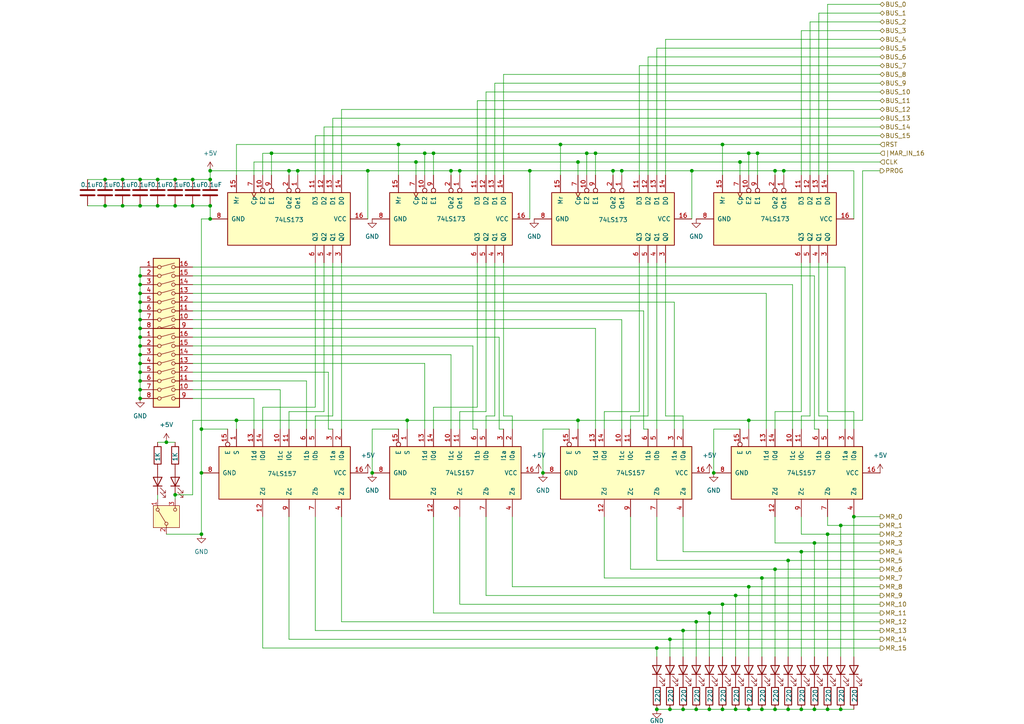
<source format=kicad_sch>
(kicad_sch (version 20231120) (generator "eeschema") (generator_version "8.0")
  (paper "A4")
  (lib_symbols
    (symbol "74xx:74LS157" (pin_names (offset 1.016))
      (property "Reference" "U" (at -7.62 19.05 0))
      (property "Value" "74LS157" (at -7.62 -21.59 0))
      (symbol "74LS157_1_0"
        (pin input line (at -12.7 -15.24 0) (length 5.08) (name "S") (number "1"))
        (pin input line (at -12.7 -2.54 0) (length 5.08) (name "I1c") (number "10"))
        (pin input line (at -12.7 0 0) (length 5.08) (name "I0c") (number "11"))
        (pin output line (at 12.7 -7.62 180) (length 5.08) (name "Zd") (number "12"))
        (pin input line (at -12.7 -10.16 0) (length 5.08) (name "I1d") (number "13"))
        (pin input line (at -12.7 -7.62 0) (length 5.08) (name "I0d") (number "14"))
        (pin input inverted (at -12.7 -17.78 0) (length 5.08) (name "E") (number "15"))
        (pin power_in line (at 0 22.86 270) (length 5.08) (name "VCC") (number "16"))
        (pin input line (at -12.7 15.24 0) (length 5.08) (name "I0a") (number "2"))
        (pin input line (at -12.7 12.7 0) (length 5.08) (name "I1a") (number "3"))
        (pin output line (at 12.7 15.24 180) (length 5.08) (name "Za") (number "4"))
        (pin input line (at -12.7 7.62 0) (length 5.08) (name "I0b") (number "5"))
        (pin input line (at -12.7 5.08 0) (length 5.08) (name "I1b") (number "6"))
        (pin output line (at 12.7 7.62 180) (length 5.08) (name "Zb") (number "7"))
        (pin power_in line (at 0 -25.4 90) (length 5.08) (name "GND") (number "8"))
        (pin output line (at 12.7 0 180) (length 5.08) (name "Zc") (number "9"))
      )
      (symbol "74LS157_1_1"
        (rectangle (start -7.62 17.78) (end 7.62 -20.32) (stroke (width 0.254)) (fill (type background)))
      )
    )
    (symbol "74xx:74LS173" (pin_names (offset 1.016))
      (property "Reference" "U" (at -7.62 19.05 0))
      (property "Value" "74LS173" (at -7.62 -19.05 0))
      (symbol "74LS173_1_0"
        (pin input inverted (at -12.7 2.54 0) (length 5.08) (name "Oe1") (number "1"))
        (pin input inverted (at -12.7 -7.62 0) (length 5.08) (name "E2") (number "10"))
        (pin input line (at -12.7 7.62 0) (length 5.08) (name "D3") (number "11"))
        (pin input line (at -12.7 10.16 0) (length 5.08) (name "D2") (number "12"))
        (pin input line (at -12.7 12.7 0) (length 5.08) (name "D1") (number "13"))
        (pin input line (at -12.7 15.24 0) (length 5.08) (name "D0") (number "14"))
        (pin input line (at -12.7 -15.24 0) (length 5.08) (name "Mr") (number "15"))
        (pin power_in line (at 0 22.86 270) (length 5.08) (name "VCC") (number "16"))
        (pin input inverted (at -12.7 0 0) (length 5.08) (name "Oe2") (number "2"))
        (pin tri_state line (at 12.7 15.24 180) (length 5.08) (name "Q0") (number "3"))
        (pin tri_state line (at 12.7 12.7 180) (length 5.08) (name "Q1") (number "4"))
        (pin tri_state line (at 12.7 10.16 180) (length 5.08) (name "Q2") (number "5"))
        (pin tri_state line (at 12.7 7.62 180) (length 5.08) (name "Q3") (number "6"))
        (pin input clock (at -12.7 -10.16 0) (length 5.08) (name "Cp") (number "7"))
        (pin power_in line (at 0 -22.86 90) (length 5.08) (name "GND") (number "8"))
        (pin input inverted (at -12.7 -5.08 0) (length 5.08) (name "E1") (number "9"))
      )
      (symbol "74LS173_1_1"
        (rectangle (start -7.62 17.78) (end 7.62 -17.78) (stroke (width 0.254)) (fill (type background)))
      )
    )
    (symbol "Device:C" (pin_numbers hide) (pin_names (offset 0.254))
      (property "Reference" "C" (at 0.635 2.54 0))
      (property "Value" "C" (at 0.635 -2.54 0))
      (symbol "C_0_1"
        (polyline (pts (xy -2.032 -0.762) (xy 2.032 -0.762)) (stroke (width 0.508)))
        (polyline (pts (xy -2.032 0.762) (xy 2.032 0.762)) (stroke (width 0.508)))
      )
      (symbol "C_1_1"
        (pin passive line (at 0 3.81 270) (length 2.794) (name "~") (number "1"))
        (pin passive line (at 0 -3.81 90) (length 2.794) (name "~") (number "2"))
      )
    )
    (symbol "Device:LED" (pin_numbers hide) (pin_names (offset 1.016) hide)
      (property "Reference" "D" (at 0 2.54 0))
      (property "Value" "LED" (at 0 -2.54 0))
      (symbol "LED_0_1"
        (polyline (pts (xy -1.27 -1.27) (xy -1.27 1.27)) (stroke (width 0.254)))
        (polyline (pts (xy -1.27 0) (xy 1.27 0)))
        (polyline (pts (xy 1.27 -1.27) (xy 1.27 1.27) (xy -1.27 0) (xy 1.27 -1.27)) (stroke (width 0.254)))
        (polyline (pts (xy -3.048 -0.762) (xy -4.572 -2.286) (xy -3.81 -2.286) (xy -4.572 -2.286) (xy -4.572 -1.524)))
        (polyline (pts (xy -1.778 -0.762) (xy -3.302 -2.286) (xy -2.54 -2.286) (xy -3.302 -2.286) (xy -3.302 -1.524)))
      )
      (symbol "LED_1_1"
        (pin passive line (at -3.81 0 0) (length 2.54) (name "K") (number "1"))
        (pin passive line (at 3.81 0 180) (length 2.54) (name "A") (number "2"))
      )
    )
    (symbol "Device:R" (pin_numbers hide) (pin_names (offset 0))
      (property "Reference" "R" (at 2.032 0 90))
      (property "Value" "R" (at 0 0 90))
      (symbol "R_0_1"
        (rectangle (start -1.016 -2.54) (end 1.016 2.54) (stroke (width 0.254)))
      )
      (symbol "R_1_1"
        (pin passive line (at 0 3.81 270) (length 1.27) (name "~") (number "1"))
        (pin passive line (at 0 -3.81 90) (length 1.27) (name "~") (number "2"))
      )
    )
    (symbol "Switch:SW_DIP_x08" (pin_names (offset 0) hide)
      (property "Reference" "SW" (at 0 13.97 0))
      (property "Value" "SW_DIP_x08" (at 0 -11.43 0))
      (symbol "SW_DIP_x08_0_0"
        (circle (center -2.032 -7.62) (radius 0.508))
        (circle (center -2.032 -5.08) (radius 0.508))
        (circle (center -2.032 -2.54) (radius 0.508))
        (circle (center -2.032 0) (radius 0.508))
        (circle (center -2.032 2.54) (radius 0.508))
        (circle (center -2.032 5.08) (radius 0.508))
        (circle (center -2.032 7.62) (radius 0.508))
        (circle (center -2.032 10.16) (radius 0.508))
        (polyline (pts (xy -1.524 -7.4676) (xy 2.3622 -6.4262)))
        (polyline (pts (xy -1.524 -4.9276) (xy 2.3622 -3.8862)))
        (polyline (pts (xy -1.524 -2.3876) (xy 2.3622 -1.3462)))
        (polyline (pts (xy -1.524 0.127) (xy 2.3622 1.1684)))
        (polyline (pts (xy -1.524 2.667) (xy 2.3622 3.7084)))
        (polyline (pts (xy -1.524 5.207) (xy 2.3622 6.2484)))
        (polyline (pts (xy -1.524 7.747) (xy 2.3622 8.7884)))
        (polyline (pts (xy -1.524 10.287) (xy 2.3622 11.3284)))
        (circle (center 2.032 -7.62) (radius 0.508))
        (circle (center 2.032 -5.08) (radius 0.508))
        (circle (center 2.032 -2.54) (radius 0.508))
        (circle (center 2.032 0) (radius 0.508))
        (circle (center 2.032 2.54) (radius 0.508))
        (circle (center 2.032 5.08) (radius 0.508))
        (circle (center 2.032 7.62) (radius 0.508))
        (circle (center 2.032 10.16) (radius 0.508))
      )
      (symbol "SW_DIP_x08_0_1"
        (rectangle (start -3.81 12.7) (end 3.81 -10.16) (stroke (width 0.254)) (fill (type background)))
      )
      (symbol "SW_DIP_x08_1_1"
        (pin passive line (at -7.62 10.16 0) (length 5.08) (name "~") (number "1"))
        (pin passive line (at 7.62 -5.08 180) (length 5.08) (name "~") (number "10"))
        (pin passive line (at 7.62 -2.54 180) (length 5.08) (name "~") (number "11"))
        (pin passive line (at 7.62 0 180) (length 5.08) (name "~") (number "12"))
        (pin passive line (at 7.62 2.54 180) (length 5.08) (name "~") (number "13"))
        (pin passive line (at 7.62 5.08 180) (length 5.08) (name "~") (number "14"))
        (pin passive line (at 7.62 7.62 180) (length 5.08) (name "~") (number "15"))
        (pin passive line (at 7.62 10.16 180) (length 5.08) (name "~") (number "16"))
        (pin passive line (at -7.62 7.62 0) (length 5.08) (name "~") (number "2"))
        (pin passive line (at -7.62 5.08 0) (length 5.08) (name "~") (number "3"))
        (pin passive line (at -7.62 2.54 0) (length 5.08) (name "~") (number "4"))
        (pin passive line (at -7.62 0 0) (length 5.08) (name "~") (number "5"))
        (pin passive line (at -7.62 -2.54 0) (length 5.08) (name "~") (number "6"))
        (pin passive line (at -7.62 -5.08 0) (length 5.08) (name "~") (number "7"))
        (pin passive line (at -7.62 -7.62 0) (length 5.08) (name "~") (number "8"))
        (pin passive line (at 7.62 -7.62 180) (length 5.08) (name "~") (number "9"))
      )
    )
    (symbol "Switch:SW_SPDT" (pin_names (offset 0) hide)
      (property "Reference" "SW" (at 0 5.08 0))
      (property "Value" "SW_SPDT" (at 0 -5.08 0))
      (symbol "SW_SPDT_0_1"
        (circle (center -2.032 0) (radius 0.4572))
        (polyline (pts (xy -1.651 0.254) (xy 1.651 2.286)))
        (circle (center 2.032 -2.54) (radius 0.4572))
        (circle (center 2.032 2.54) (radius 0.4572))
      )
      (symbol "SW_SPDT_1_1"
        (rectangle (start -3.175 3.81) (end 3.175 -3.81) (fill (type background)))
        (pin passive line (at 5.08 2.54 180) (length 2.54) (name "A") (number "1"))
        (pin passive line (at -5.08 0 0) (length 2.54) (name "B") (number "2"))
        (pin passive line (at 5.08 -2.54 180) (length 2.54) (name "C") (number "3"))
      )
    )
    (symbol "power:+5V" (power) (pin_numbers hide) (pin_names (offset 0) hide)
      (property "Value" "+5V" (at 0 3.556 0))
      (symbol "+5V_0_1"
        (polyline (pts (xy -0.762 1.27) (xy 0 2.54)))
        (polyline (pts (xy 0 0) (xy 0 2.54)))
        (polyline (pts (xy 0 2.54) (xy 0.762 1.27)))
      )
      (symbol "+5V_1_1"
        (pin power_in line (at 0 0 90) (length 0) (name "~") (number "1"))
      )
    )
    (symbol "power:GND" (power) (pin_numbers hide) (pin_names (offset 0) hide)
      (property "Value" "GND" (at 0 -3.81 0))
      (symbol "GND_0_1"
        (polyline (pts (xy 0 0) (xy 0 -1.27) (xy 1.27 -1.27) (xy 0 -2.54) (xy -1.27 -1.27) (xy 0 -1.27)))
      )
      (symbol "GND_1_1"
        (pin power_in line (at 0 0 270) (length 0) (name "~") (number "1"))
      )
    )
  )
  (junction (at 50.8 59.69))
  (junction (at 194.31 205.74))
  (junction (at 40.64 59.69))
  (junction (at 190.5 187.96))
  (junction (at 55.88 59.69))
  (junction (at 170.18 44.45))
  (junction (at 60.96 49.53))
  (junction (at 217.17 205.74))
  (junction (at 58.42 124.46))
  (junction (at 45.72 59.69))
  (junction (at 40.64 97.79))
  (junction (at 209.55 41.91))
  (junction (at 224.79 49.53))
  (junction (at 60.96 52.07))
  (junction (at 227.33 49.53))
  (junction (at 125.73 44.45))
  (junction (at 50.8 143.51))
  (junction (at 68.58 121.92))
  (junction (at 228.6 205.74))
  (junction (at 228.6 162.56))
  (junction (at 177.8 49.53))
  (junction (at 213.36 205.74))
  (junction (at 167.64 121.92))
  (junction (at 40.64 90.17))
  (junction (at 217.17 121.92))
  (junction (at 190.5 205.74))
  (junction (at 30.48 52.07))
  (junction (at 30.48 59.69))
  (junction (at 220.98 167.64))
  (junction (at 107.95 137.16))
  (junction (at 200.66 49.53))
  (junction (at 48.26 128.27))
  (junction (at 232.41 205.74))
  (junction (at 58.42 137.16))
  (junction (at 40.64 113.03))
  (junction (at 162.56 41.91))
  (junction (at 115.57 41.91))
  (junction (at 198.12 182.88))
  (junction (at 106.68 49.53))
  (junction (at 40.64 80.01))
  (junction (at 60.96 63.5))
  (junction (at 40.64 82.55))
  (junction (at 133.35 49.53))
  (junction (at 83.82 49.53))
  (junction (at 40.64 85.09))
  (junction (at 205.74 205.74))
  (junction (at 172.72 44.45))
  (junction (at 209.55 205.74))
  (junction (at 157.48 137.16))
  (junction (at 45.72 52.07))
  (junction (at 236.22 205.74))
  (junction (at 50.8 52.07))
  (junction (at 40.64 105.41))
  (junction (at 240.03 205.74))
  (junction (at 240.03 154.94))
  (junction (at 55.88 52.07))
  (junction (at 40.64 100.33))
  (junction (at 123.19 44.45))
  (junction (at 214.63 46.99))
  (junction (at 40.64 52.07))
  (junction (at 60.96 59.69))
  (junction (at 236.22 157.48))
  (junction (at 40.64 110.49))
  (junction (at 201.93 205.74))
  (junction (at 194.31 185.42))
  (junction (at 201.93 180.34))
  (junction (at 209.55 175.26))
  (junction (at 213.36 172.72))
  (junction (at 198.12 205.74))
  (junction (at 217.17 170.18))
  (junction (at 219.71 44.45))
  (junction (at 247.65 149.86))
  (junction (at 86.36 49.53))
  (junction (at 153.67 49.53))
  (junction (at 40.64 107.95))
  (junction (at 40.64 87.63))
  (junction (at 243.84 205.74))
  (junction (at 224.79 205.74))
  (junction (at 40.64 95.25))
  (junction (at 35.56 52.07))
  (junction (at 180.34 49.53))
  (junction (at 224.79 165.1))
  (junction (at 232.41 160.02))
  (junction (at 58.42 154.94))
  (junction (at 35.56 59.69))
  (junction (at 205.74 177.8))
  (junction (at 40.64 102.87))
  (junction (at 243.84 152.4))
  (junction (at 217.17 44.45))
  (junction (at 167.64 46.99))
  (junction (at 118.11 121.92))
  (junction (at 220.98 205.74))
  (junction (at 120.65 46.99))
  (junction (at 130.81 49.53))
  (junction (at 40.64 115.57))
  (junction (at 78.74 44.45))
  (junction (at 207.01 137.16))
  (junction (at 40.64 92.71))
  (wire (pts (xy 217.17 124.46) (xy 217.17 121.92)))
  (wire (pts (xy 133.35 175.26) (xy 209.55 175.26)))
  (wire (pts (xy 45.72 143.51) (xy 45.72 144.78)))
  (wire (pts (xy 120.65 46.99) (xy 120.65 50.8)))
  (wire (pts (xy 243.84 205.74) (xy 247.65 205.74)))
  (wire (pts (xy 133.35 149.86) (xy 133.35 175.26)))
  (wire (pts (xy 234.95 120.65) (xy 232.41 120.65)))
  (wire (pts (xy 40.64 77.47) (xy 40.64 80.01)))
  (wire (pts (xy 167.64 121.92) (xy 167.64 124.46)))
  (wire (pts (xy 118.11 121.92) (xy 118.11 124.46)))
  (wire (pts (xy 55.88 80.01) (xy 236.22 80.01)))
  (wire (pts (xy 130.81 49.53) (xy 130.81 50.8)))
  (wire (pts (xy 58.42 124.46) (xy 58.42 137.16)))
  (wire (pts (xy 40.64 85.09) (xy 40.64 87.63)))
  (wire (pts (xy 237.49 3.81) (xy 255.27 3.81)))
  (wire (pts (xy 237.49 50.8) (xy 237.49 3.81)))
  (wire (pts (xy 190.5 205.74) (xy 194.31 205.74)))
  (wire (pts (xy 55.88 82.55) (xy 229.87 82.55)))
  (wire (pts (xy 55.88 107.95) (xy 95.25 107.95)))
  (wire (pts (xy 58.42 63.5) (xy 58.42 124.46)))
  (wire (pts (xy 255.27 21.59) (xy 146.05 21.59)))
  (wire (pts (xy 224.79 165.1) (xy 224.79 190.5)))
  (wire (pts (xy 240.03 154.94) (xy 255.27 154.94)))
  (wire (pts (xy 88.9 124.46) (xy 88.9 110.49)))
  (wire (pts (xy 217.17 44.45) (xy 219.71 44.45)))
  (wire (pts (xy 96.52 34.29) (xy 96.52 50.8)))
  (wire (pts (xy 40.64 105.41) (xy 40.64 107.95)))
  (wire (pts (xy 25.4 52.07) (xy 30.48 52.07)))
  (wire (pts (xy 40.64 107.95) (xy 40.64 110.49)))
  (wire (pts (xy 177.8 49.53) (xy 153.67 49.53)))
  (wire (pts (xy 185.42 119.38) (xy 175.26 119.38)))
  (wire (pts (xy 167.64 46.99) (xy 167.64 50.8)))
  (wire (pts (xy 30.48 59.69) (xy 35.56 59.69)))
  (wire (pts (xy 144.78 124.46) (xy 146.05 124.46)))
  (wire (pts (xy 76.2 118.11) (xy 91.44 118.11)))
  (wire (pts (xy 247.65 49.53) (xy 227.33 49.53)))
  (wire (pts (xy 232.41 8.89) (xy 255.27 8.89)))
  (wire (pts (xy 133.35 119.38) (xy 140.97 119.38)))
  (wire (pts (xy 224.79 205.74) (xy 228.6 205.74)))
  (wire (pts (xy 175.26 149.86) (xy 175.26 167.64)))
  (wire (pts (xy 40.64 82.55) (xy 40.64 85.09)))
  (wire (pts (xy 228.6 205.74) (xy 232.41 205.74)))
  (wire (pts (xy 213.36 172.72) (xy 255.27 172.72)))
  (wire (pts (xy 198.12 182.88) (xy 255.27 182.88)))
  (wire (pts (xy 247.65 119.38) (xy 247.65 124.46)))
  (wire (pts (xy 224.79 49.53) (xy 200.66 49.53)))
  (wire (pts (xy 213.36 172.72) (xy 213.36 190.5)))
  (wire (pts (xy 83.82 149.86) (xy 83.82 185.42)))
  (wire (pts (xy 55.88 92.71) (xy 180.34 92.71)))
  (wire (pts (xy 217.17 121.92) (xy 167.64 121.92)))
  (wire (pts (xy 247.65 63.5) (xy 247.65 49.53)))
  (wire (pts (xy 224.79 49.53) (xy 224.79 50.8)))
  (wire (pts (xy 78.74 44.45) (xy 123.19 44.45)))
  (wire (pts (xy 91.44 39.37) (xy 91.44 50.8)))
  (wire (pts (xy 232.41 154.94) (xy 240.03 154.94)))
  (wire (pts (xy 123.19 124.46) (xy 123.19 105.41)))
  (wire (pts (xy 137.16 100.33) (xy 55.88 100.33)))
  (wire (pts (xy 83.82 49.53) (xy 83.82 50.8)))
  (wire (pts (xy 157.48 124.46) (xy 157.48 137.16)))
  (wire (pts (xy 237.49 76.2) (xy 237.49 120.65)))
  (wire (pts (xy 45.72 59.69) (xy 50.8 59.69)))
  (wire (pts (xy 144.78 97.79) (xy 144.78 124.46)))
  (wire (pts (xy 255.27 31.75) (xy 99.06 31.75)))
  (wire (pts (xy 232.41 76.2) (xy 232.41 119.38)))
  (wire (pts (xy 50.8 59.69) (xy 55.88 59.69)))
  (wire (pts (xy 83.82 49.53) (xy 86.36 49.53)))
  (wire (pts (xy 125.73 149.86) (xy 125.73 177.8)))
  (wire (pts (xy 190.5 187.96) (xy 190.5 190.5)))
  (wire (pts (xy 96.52 120.65) (xy 91.44 120.65)))
  (wire (pts (xy 232.41 160.02) (xy 255.27 160.02)))
  (wire (pts (xy 99.06 149.86) (xy 99.06 180.34)))
  (wire (pts (xy 73.66 115.57) (xy 73.66 124.46)))
  (wire (pts (xy 240.03 76.2) (xy 240.03 119.38)))
  (wire (pts (xy 180.34 92.71) (xy 180.34 124.46)))
  (wire (pts (xy 240.03 1.27) (xy 255.27 1.27)))
  (wire (pts (xy 55.88 87.63) (xy 195.58 87.63)))
  (wire (pts (xy 99.06 180.34) (xy 201.93 180.34)))
  (wire (pts (xy 140.97 76.2) (xy 140.97 119.38)))
  (wire (pts (xy 236.22 124.46) (xy 236.22 80.01)))
  (wire (pts (xy 99.06 76.2) (xy 99.06 124.46)))
  (wire (pts (xy 209.55 41.91) (xy 255.27 41.91)))
  (wire (pts (xy 162.56 41.91) (xy 162.56 50.8)))
  (wire (pts (xy 185.42 50.8) (xy 185.42 19.05)))
  (wire (pts (xy 140.97 172.72) (xy 213.36 172.72)))
  (wire (pts (xy 240.03 119.38) (xy 247.65 119.38)))
  (wire (pts (xy 40.64 80.01) (xy 40.64 82.55)))
  (wire (pts (xy 91.44 182.88) (xy 91.44 149.86)))
  (wire (pts (xy 198.12 182.88) (xy 198.12 190.5)))
  (wire (pts (xy 228.6 162.56) (xy 228.6 190.5)))
  (wire (pts (xy 167.64 121.92) (xy 118.11 121.92)))
  (wire (pts (xy 222.25 85.09) (xy 55.88 85.09)))
  (wire (pts (xy 60.96 49.53) (xy 60.96 52.07)))
  (wire (pts (xy 55.88 121.92) (xy 55.88 143.51)))
  (wire (pts (xy 172.72 95.25) (xy 55.88 95.25)))
  (wire (pts (xy 40.64 100.33) (xy 40.64 102.87)))
  (wire (pts (xy 76.2 124.46) (xy 76.2 118.11)))
  (wire (pts (xy 198.12 160.02) (xy 232.41 160.02)))
  (wire (pts (xy 73.66 46.99) (xy 120.65 46.99)))
  (wire (pts (xy 190.5 149.86) (xy 190.5 162.56)))
  (wire (pts (xy 48.26 128.27) (xy 50.8 128.27)))
  (wire (pts (xy 143.51 24.13) (xy 143.51 50.8)))
  (wire (pts (xy 255.27 29.21) (xy 138.43 29.21)))
  (wire (pts (xy 224.79 157.48) (xy 236.22 157.48)))
  (wire (pts (xy 55.88 97.79) (xy 144.78 97.79)))
  (wire (pts (xy 125.73 118.11) (xy 125.73 124.46)))
  (wire (pts (xy 187.96 50.8) (xy 187.96 16.51)))
  (wire (pts (xy 180.34 49.53) (xy 180.34 50.8)))
  (wire (pts (xy 236.22 157.48) (xy 236.22 190.5)))
  (wire (pts (xy 55.88 77.47) (xy 245.11 77.47)))
  (wire (pts (xy 217.17 44.45) (xy 217.17 50.8)))
  (wire (pts (xy 55.88 90.17) (xy 186.69 90.17)))
  (wire (pts (xy 133.35 49.53) (xy 153.67 49.53)))
  (wire (pts (xy 133.35 124.46) (xy 133.35 119.38)))
  (wire (pts (xy 107.95 124.46) (xy 115.57 124.46)))
  (wire (pts (xy 219.71 44.45) (xy 219.71 50.8)))
  (wire (pts (xy 187.96 76.2) (xy 187.96 120.65)))
  (wire (pts (xy 224.79 165.1) (xy 255.27 165.1)))
  (wire (pts (xy 93.98 76.2) (xy 93.98 119.38)))
  (wire (pts (xy 106.68 49.53) (xy 130.81 49.53)))
  (wire (pts (xy 180.34 49.53) (xy 177.8 49.53)))
  (wire (pts (xy 201.93 180.34) (xy 201.93 190.5)))
  (wire (pts (xy 175.26 167.64) (xy 220.98 167.64)))
  (wire (pts (xy 187.96 124.46) (xy 186.69 124.46)))
  (wire (pts (xy 193.04 120.65) (xy 198.12 120.65)))
  (wire (pts (xy 83.82 119.38) (xy 83.82 124.46)))
  (wire (pts (xy 91.44 182.88) (xy 198.12 182.88)))
  (wire (pts (xy 222.25 124.46) (xy 222.25 85.09)))
  (wire (pts (xy 78.74 44.45) (xy 76.2 44.45)))
  (wire (pts (xy 125.73 177.8) (xy 205.74 177.8)))
  (wire (pts (xy 58.42 137.16) (xy 58.42 154.94)))
  (wire (pts (xy 198.12 149.86) (xy 198.12 160.02)))
  (wire (pts (xy 200.66 63.5) (xy 200.66 49.53)))
  (wire (pts (xy 193.04 50.8) (xy 193.04 11.43)))
  (wire (pts (xy 229.87 82.55) (xy 229.87 124.46)))
  (wire (pts (xy 250.19 121.92) (xy 217.17 121.92)))
  (wire (pts (xy 255.27 49.53) (xy 250.19 49.53)))
  (wire (pts (xy 96.52 76.2) (xy 96.52 120.65)))
  (wire (pts (xy 187.96 16.51) (xy 255.27 16.51)))
  (wire (pts (xy 224.79 119.38) (xy 232.41 119.38)))
  (wire (pts (xy 243.84 152.4) (xy 255.27 152.4)))
  (wire (pts (xy 177.8 49.53) (xy 177.8 50.8)))
  (wire (pts (xy 172.72 44.45) (xy 172.72 50.8)))
  (wire (pts (xy 193.04 11.43) (xy 255.27 11.43)))
  (wire (pts (xy 217.17 170.18) (xy 255.27 170.18)))
  (wire (pts (xy 255.27 26.67) (xy 140.97 26.67)))
  (wire (pts (xy 35.56 59.69) (xy 40.64 59.69)))
  (wire (pts (xy 237.49 124.46) (xy 236.22 124.46)))
  (wire (pts (xy 40.64 90.17) (xy 40.64 92.71)))
  (wire (pts (xy 209.55 205.74) (xy 213.36 205.74)))
  (wire (pts (xy 190.5 162.56) (xy 228.6 162.56)))
  (wire (pts (xy 146.05 120.65) (xy 148.59 120.65)))
  (wire (pts (xy 148.59 170.18) (xy 217.17 170.18)))
  (wire (pts (xy 60.96 63.5) (xy 58.42 63.5)))
  (wire (pts (xy 55.88 59.69) (xy 60.96 59.69)))
  (wire (pts (xy 170.18 44.45) (xy 172.72 44.45)))
  (wire (pts (xy 236.22 157.48) (xy 255.27 157.48)))
  (wire (pts (xy 91.44 120.65) (xy 91.44 124.46)))
  (wire (pts (xy 138.43 124.46) (xy 137.16 124.46)))
  (wire (pts (xy 95.25 124.46) (xy 96.52 124.46)))
  (wire (pts (xy 50.8 52.07) (xy 55.88 52.07)))
  (wire (pts (xy 91.44 76.2) (xy 91.44 118.11)))
  (wire (pts (xy 185.42 76.2) (xy 185.42 119.38)))
  (wire (pts (xy 40.64 92.71) (xy 40.64 95.25)))
  (wire (pts (xy 138.43 76.2) (xy 138.43 118.11)))
  (wire (pts (xy 60.96 59.69) (xy 60.96 63.5)))
  (wire (pts (xy 45.72 128.27) (xy 48.26 128.27)))
  (wire (pts (xy 182.88 149.86) (xy 182.88 165.1)))
  (wire (pts (xy 107.95 124.46) (xy 107.95 137.16)))
  (wire (pts (xy 195.58 87.63) (xy 195.58 124.46)))
  (wire (pts (xy 123.19 105.41) (xy 55.88 105.41)))
  (wire (pts (xy 193.04 76.2) (xy 193.04 120.65)))
  (wire (pts (xy 115.57 41.91) (xy 115.57 50.8)))
  (wire (pts (xy 146.05 76.2) (xy 146.05 120.65)))
  (wire (pts (xy 40.64 59.69) (xy 45.72 59.69)))
  (wire (pts (xy 190.5 187.96) (xy 255.27 187.96)))
  (wire (pts (xy 240.03 205.74) (xy 243.84 205.74)))
  (wire (pts (xy 234.95 6.35) (xy 255.27 6.35)))
  (wire (pts (xy 140.97 120.65) (xy 140.97 124.46)))
  (wire (pts (xy 68.58 121.92) (xy 118.11 121.92)))
  (wire (pts (xy 162.56 41.91) (xy 209.55 41.91)))
  (wire (pts (xy 137.16 124.46) (xy 137.16 100.33)))
  (wire (pts (xy 217.17 205.74) (xy 220.98 205.74)))
  (wire (pts (xy 125.73 44.45) (xy 125.73 50.8)))
  (wire (pts (xy 186.69 124.46) (xy 186.69 90.17)))
  (wire (pts (xy 243.84 152.4) (xy 243.84 190.5)))
  (wire (pts (xy 40.64 113.03) (xy 40.64 115.57)))
  (wire (pts (xy 167.64 46.99) (xy 214.63 46.99)))
  (wire (pts (xy 55.88 102.87) (xy 130.81 102.87)))
  (wire (pts (xy 227.33 49.53) (xy 227.33 50.8)))
  (wire (pts (xy 76.2 187.96) (xy 190.5 187.96)))
  (wire (pts (xy 198.12 205.74) (xy 201.93 205.74)))
  (wire (pts (xy 40.64 52.07) (xy 45.72 52.07)))
  (wire (pts (xy 255.27 24.13) (xy 143.51 24.13)))
  (wire (pts (xy 81.28 124.46) (xy 81.28 113.03)))
  (wire (pts (xy 205.74 205.74) (xy 209.55 205.74)))
  (wire (pts (xy 172.72 44.45) (xy 217.17 44.45)))
  (wire (pts (xy 60.96 49.53) (xy 83.82 49.53)))
  (wire (pts (xy 95.25 107.95) (xy 95.25 124.46)))
  (wire (pts (xy 224.79 124.46) (xy 224.79 119.38)))
  (wire (pts (xy 40.64 95.25) (xy 40.64 97.79)))
  (wire (pts (xy 40.64 102.87) (xy 40.64 105.41)))
  (wire (pts (xy 201.93 180.34) (xy 255.27 180.34)))
  (wire (pts (xy 83.82 185.42) (xy 194.31 185.42)))
  (wire (pts (xy 115.57 41.91) (xy 162.56 41.91)))
  (wire (pts (xy 190.5 76.2) (xy 190.5 124.46)))
  (wire (pts (xy 213.36 205.74) (xy 217.17 205.74)))
  (wire (pts (xy 88.9 110.49) (xy 55.88 110.49)))
  (wire (pts (xy 224.79 149.86) (xy 224.79 157.48)))
  (wire (pts (xy 182.88 165.1) (xy 224.79 165.1)))
  (wire (pts (xy 25.4 59.69) (xy 30.48 59.69)))
  (wire (pts (xy 214.63 46.99) (xy 214.63 50.8)))
  (wire (pts (xy 220.98 205.74) (xy 224.79 205.74)))
  (wire (pts (xy 214.63 46.99) (xy 255.27 46.99)))
  (wire (pts (xy 194.31 205.74) (xy 198.12 205.74)))
  (wire (pts (xy 232.41 50.8) (xy 232.41 8.89)))
  (wire (pts (xy 73.66 46.99) (xy 73.66 50.8)))
  (wire (pts (xy 50.8 143.51) (xy 55.88 143.51)))
  (wire (pts (xy 120.65 46.99) (xy 167.64 46.99)))
  (wire (pts (xy 140.97 26.67) (xy 140.97 50.8)))
  (wire (pts (xy 55.88 52.07) (xy 60.96 52.07)))
  (wire (pts (xy 240.03 152.4) (xy 243.84 152.4)))
  (wire (pts (xy 182.88 124.46) (xy 182.88 120.65)))
  (wire (pts (xy 234.95 50.8) (xy 234.95 6.35)))
  (wire (pts (xy 207.01 124.46) (xy 207.01 137.16)))
  (wire (pts (xy 194.31 185.42) (xy 194.31 190.5)))
  (wire (pts (xy 234.95 76.2) (xy 234.95 120.65)))
  (wire (pts (xy 93.98 36.83) (xy 93.98 50.8)))
  (wire (pts (xy 209.55 175.26) (xy 209.55 190.5)))
  (wire (pts (xy 255.27 39.37) (xy 91.44 39.37)))
  (wire (pts (xy 227.33 49.53) (xy 224.79 49.53)))
  (wire (pts (xy 48.26 154.94) (xy 58.42 154.94)))
  (wire (pts (xy 220.98 167.64) (xy 255.27 167.64)))
  (wire (pts (xy 232.41 120.65) (xy 232.41 124.46)))
  (wire (pts (xy 86.36 49.53) (xy 86.36 50.8)))
  (wire (pts (xy 250.19 49.53) (xy 250.19 121.92)))
  (wire (pts (xy 245.11 77.47) (xy 245.11 124.46)))
  (wire (pts (xy 68.58 41.91) (xy 115.57 41.91)))
  (wire (pts (xy 143.51 76.2) (xy 143.51 120.65)))
  (wire (pts (xy 130.81 49.53) (xy 133.35 49.53)))
  (wire (pts (xy 172.72 124.46) (xy 172.72 95.25)))
  (wire (pts (xy 232.41 160.02) (xy 232.41 190.5)))
  (wire (pts (xy 133.35 49.53) (xy 133.35 50.8)))
  (wire (pts (xy 140.97 149.86) (xy 140.97 172.72)))
  (wire (pts (xy 40.64 87.63) (xy 40.64 90.17)))
  (wire (pts (xy 78.74 44.45) (xy 78.74 50.8)))
  (wire (pts (xy 185.42 19.05) (xy 255.27 19.05)))
  (wire (pts (xy 106.68 49.53) (xy 106.68 63.5)))
  (wire (pts (xy 232.41 149.86) (xy 232.41 154.94)))
  (wire (pts (xy 93.98 119.38) (xy 83.82 119.38)))
  (wire (pts (xy 50.8 143.51) (xy 50.8 144.78)))
  (wire (pts (xy 217.17 170.18) (xy 217.17 190.5)))
  (wire (pts (xy 175.26 119.38) (xy 175.26 124.46)))
  (wire (pts (xy 86.36 49.53) (xy 106.68 49.53)))
  (wire (pts (xy 240.03 50.8) (xy 240.03 1.27)))
  (wire (pts (xy 182.88 120.65) (xy 187.96 120.65)))
  (wire (pts (xy 35.56 52.07) (xy 40.64 52.07)))
  (wire (pts (xy 201.93 205.74) (xy 205.74 205.74)))
  (wire (pts (xy 123.19 44.45) (xy 123.19 50.8)))
  (wire (pts (xy 198.12 120.65) (xy 198.12 124.46)))
  (wire (pts (xy 76.2 187.96) (xy 76.2 149.86)))
  (wire (pts (xy 236.22 205.74) (xy 240.03 205.74)))
  (wire (pts (xy 232.41 205.74) (xy 236.22 205.74)))
  (wire (pts (xy 170.18 44.45) (xy 170.18 50.8)))
  (wire (pts (xy 240.03 124.46) (xy 240.03 120.65)))
  (wire (pts (xy 45.72 52.07) (xy 50.8 52.07)))
  (wire (pts (xy 153.67 49.53) (xy 153.67 63.5)))
  (wire (pts (xy 247.65 190.5) (xy 247.65 149.86)))
  (wire (pts (xy 157.48 124.46) (xy 165.1 124.46)))
  (wire (pts (xy 190.5 50.8) (xy 190.5 13.97)))
  (wire (pts (xy 209.55 175.26) (xy 255.27 175.26)))
  (wire (pts (xy 240.03 120.65) (xy 237.49 120.65)))
  (wire (pts (xy 99.06 31.75) (xy 99.06 50.8)))
  (wire (pts (xy 130.81 102.87) (xy 130.81 124.46)))
  (wire (pts (xy 148.59 170.18) (xy 148.59 149.86)))
  (wire (pts (xy 138.43 118.11) (xy 125.73 118.11)))
  (wire (pts (xy 55.88 115.57) (xy 73.66 115.57)))
  (wire (pts (xy 209.55 41.91) (xy 209.55 50.8)))
  (wire (pts (xy 30.48 52.07) (xy 35.56 52.07)))
  (wire (pts (xy 55.88 113.03) (xy 81.28 113.03)))
  (wire (pts (xy 123.19 44.45) (xy 125.73 44.45)))
  (wire (pts (xy 40.64 110.49) (xy 40.64 113.03)))
  (wire (pts (xy 58.42 124.46) (xy 66.04 124.46)))
  (wire (pts (xy 138.43 29.21) (xy 138.43 50.8)))
  (wire (pts (xy 205.74 177.8) (xy 205.74 190.5)))
  (wire (pts (xy 219.71 44.45) (xy 255.27 44.45)))
  (wire (pts (xy 148.59 120.65) (xy 148.59 124.46)))
  (wire (pts (xy 255.27 36.83) (xy 93.98 36.83)))
  (wire (pts (xy 190.5 13.97) (xy 255.27 13.97)))
  (wire (pts (xy 207.01 124.46) (xy 214.63 124.46)))
  (wire (pts (xy 228.6 162.56) (xy 255.27 162.56)))
  (wire (pts (xy 40.64 97.79) (xy 40.64 100.33)))
  (wire (pts (xy 143.51 120.65) (xy 140.97 120.65)))
  (wire (pts (xy 68.58 41.91) (xy 68.58 50.8)))
  (wire (pts (xy 68.58 121.92) (xy 68.58 124.46)))
  (wire (pts (xy 200.66 49.53) (xy 180.34 49.53)))
  (wire (pts (xy 205.74 177.8) (xy 255.27 177.8)))
  (wire (pts (xy 240.03 149.86) (xy 240.03 152.4)))
  (wire (pts (xy 146.05 21.59) (xy 146.05 50.8)))
  (wire (pts (xy 220.98 167.64) (xy 220.98 190.5)))
  (wire (pts (xy 76.2 44.45) (xy 76.2 50.8)))
  (wire (pts (xy 55.88 121.92) (xy 68.58 121.92)))
  (wire (pts (xy 247.65 149.86) (xy 255.27 149.86)))
  (wire (pts (xy 255.27 34.29) (xy 96.52 34.29)))
  (wire (pts (xy 194.31 185.42) (xy 255.27 185.42)))
  (wire (pts (xy 125.73 44.45) (xy 170.18 44.45)))
  (wire (pts (xy 240.03 154.94) (xy 240.03 190.5)))
  (hierarchical_label "MR_12" (shape output) (at 255.27 180.34 0))
  (hierarchical_label "BUS_9" (shape bidirectional) (at 255.27 24.13 0))
  (hierarchical_label "MR_8" (shape output) (at 255.27 170.18 0))
  (hierarchical_label "MR_1" (shape output) (at 255.27 152.4 0))
  (hierarchical_label "BUS_15" (shape bidirectional) (at 255.27 39.37 0))
  (hierarchical_label "BUS_5" (shape bidirectional) (at 255.27 13.97 0))
  (hierarchical_label "BUS_11" (shape bidirectional) (at 255.27 29.21 0))
  (hierarchical_label "BUS_1" (shape bidirectional) (at 255.27 3.81 0))
  (hierarchical_label "MR_10" (shape output) (at 255.27 175.26 0))
  (hierarchical_label "MR_6" (shape output) (at 255.27 165.1 0))
  (hierarchical_label "BUS_2" (shape bidirectional) (at 255.27 6.35 0))
  (hierarchical_label "PROG" (shape output) (at 255.27 49.53 0))
  (hierarchical_label "MR_5" (shape output) (at 255.27 162.56 0))
  (hierarchical_label "BUS_6" (shape bidirectional) (at 255.27 16.51 0))
  (hierarchical_label "MR_7" (shape output) (at 255.27 167.64 0))
  (hierarchical_label "MR_4" (shape output) (at 255.27 160.02 0))
  (hierarchical_label "BUS_12" (shape bidirectional) (at 255.27 31.75 0))
  (hierarchical_label "BUS_10" (shape bidirectional) (at 255.27 26.67 0))
  (hierarchical_label "RST" (shape input) (at 255.27 41.91 0))
  (hierarchical_label "BUS_0" (shape bidirectional) (at 255.27 1.27 0))
  (hierarchical_label "MR_9" (shape output) (at 255.27 172.72 0))
  (hierarchical_label "BUS_13" (shape bidirectional) (at 255.27 34.29 0))
  (hierarchical_label "|MAR_IN_16" (shape input) (at 255.27 44.45 0))
  (hierarchical_label "BUS_7" (shape bidirectional) (at 255.27 19.05 0))
  (hierarchical_label "MR_13" (shape output) (at 255.27 182.88 0))
  (hierarchical_label "MR_0" (shape output) (at 255.27 149.86 0))
  (hierarchical_label "MR_14" (shape output) (at 255.27 185.42 0))
  (hierarchical_label "BUS_4" (shape bidirectional) (at 255.27 11.43 0))
  (hierarchical_label "MR_15" (shape output) (at 255.27 187.96 0))
  (hierarchical_label "MR_11" (shape output) (at 255.27 177.8 0))
  (hierarchical_label "MR_3" (shape output) (at 255.27 157.48 0))
  (hierarchical_label "BUS_8" (shape bidirectional) (at 255.27 21.59 0))
  (hierarchical_label "CLK" (shape input) (at 255.27 46.99 0))
  (hierarchical_label "BUS_14" (shape bidirectional) (at 255.27 36.83 0))
  (hierarchical_label "MR_2" (shape output) (at 255.27 154.94 0))
  (hierarchical_label "BUS_3" (shape bidirectional) (at 255.27 8.89 0))
  (symbol (lib_id "Device:LED") (at 190.5 194.31 90) (unit 1)
    (property "Reference" "D1" (effects (hide yes)))
    (property "Value" "LED" (effects (hide yes)))
    (property "Description" "Light emitting diode" (effects (hide yes)))
  )
  (symbol (lib_id "74xx:74LS173") (at 83.82 63.5 270) (unit 1)
    (property "Reference" "U1" (effects (hide yes)))
    (property "Value" "74LS173" (at 83.82 63.754 90))
    (property "Datasheet" "http://www.ti.com/lit/gpn/sn74LS173" (effects (hide yes)))
    (property "Description" "4-bit D-type Register, 3 state out" (effects (hide yes)))
  )
  (symbol (lib_id "Switch:SW_DIP_x08") (at 48.26 87.63 0) (unit 1)
    (property "Reference" "SW3" (effects (hide yes)))
    (property "Value" "SW_DIP_x08" (effects (hide yes)))
    (property "Description" "8x DIP Switch, Single Pole Single Throw (SPST) switch, small symbol" (effects (hide yes)))
  )
  (symbol (lib_id "Device:R") (at 236.22 201.93 0) (unit 1)
    (property "Reference" "R15" (effects (hide yes)))
    (property "Value" "220" (at 236.474 203.708 90) (effects (justify left)))
    (property "Description" "Resistor" (effects (hide yes)))
  )
  (symbol (lib_id "Device:R") (at 194.31 201.93 0) (unit 1)
    (property "Reference" "R2" (effects (hide yes)))
    (property "Value" "220" (at 194.564 203.708 90) (effects (justify left)))
    (property "Description" "Resistor" (effects (hide yes)))
  )
  (symbol (lib_id "Device:LED") (at 201.93 194.31 90) (unit 1)
    (property "Reference" "D4" (effects (hide yes)))
    (property "Value" "LED" (effects (hide yes)))
    (property "Description" "Light emitting diode" (effects (hide yes)))
  )
  (symbol (lib_id "power:GND") (at 201.93 63.5 0) (unit 1)
    (property "Reference" "#PWR015" (effects (hide yes)))
    (property "Value" "GND" (at 201.93 68.58 0))
    (property "Description" "Power symbol creates a global label with name \"GND\" , ground" (effects (hide yes)))
  )
  (symbol (lib_id "power:+5V") (at 255.27 137.16 0) (unit 1)
    (property "Reference" "#PWR012" (effects (hide yes)))
    (property "Value" "+5V" (at 255.27 132.08 0))
    (property "Description" "Power symbol creates a global label with name \"+5V\"" (effects (hide yes)))
  )
  (symbol (lib_id "Device:R") (at 50.8 132.08 0) (unit 1)
    (property "Reference" "R10" (effects (hide yes)))
    (property "Value" "1K" (at 50.8 133.858 90) (effects (justify left)))
    (property "Description" "Resistor" (effects (hide yes)))
  )
  (symbol (lib_id "Device:C") (at 35.56 55.88 0) (unit 1)
    (property "Reference" "C6" (effects (hide yes)))
    (property "Value" "0.1uF" (at 33.528 53.594 0) (effects (justify left)))
    (property "Description" "Unpolarized capacitor" (effects (hide yes)))
  )
  (symbol (lib_id "Device:R") (at 232.41 201.93 0) (unit 1)
    (property "Reference" "R14" (effects (hide yes)))
    (property "Value" "220" (at 232.664 203.708 90) (effects (justify left)))
    (property "Description" "Resistor" (effects (hide yes)))
  )
  (symbol (lib_id "74xx:74LS173") (at 177.8 63.5 270) (unit 1)
    (property "Reference" "U5" (effects (hide yes)))
    (property "Value" "74LS173" (at 177.8 63.754 90))
    (property "Datasheet" "http://www.ti.com/lit/gpn/sn74LS173" (effects (hide yes)))
    (property "Description" "4-bit D-type Register, 3 state out" (effects (hide yes)))
  )
  (symbol (lib_id "74xx:74LS173") (at 130.81 63.5 270) (unit 1)
    (property "Reference" "U2" (effects (hide yes)))
    (property "Value" "74LS173" (at 130.81 63.5 90))
    (property "Datasheet" "http://www.ti.com/lit/gpn/sn74LS173" (effects (hide yes)))
    (property "Description" "4-bit D-type Register, 3 state out" (effects (hide yes)))
  )
  (symbol (lib_id "Device:C") (at 25.4 55.88 0) (unit 1)
    (property "Reference" "C8" (effects (hide yes)))
    (property "Value" "0.1uF" (at 23.368 53.594 0) (effects (justify left)))
    (property "Description" "Unpolarized capacitor" (effects (hide yes)))
  )
  (symbol (lib_id "74xx:74LS173") (at 224.79 63.5 270) (unit 1)
    (property "Reference" "U6" (effects (hide yes)))
    (property "Value" "74LS173" (at 224.79 63.5 90))
    (property "Datasheet" "http://www.ti.com/lit/gpn/sn74LS173" (effects (hide yes)))
    (property "Description" "4-bit D-type Register, 3 state out" (effects (hide yes)))
  )
  (symbol (lib_id "Device:C") (at 30.48 55.88 0) (unit 1)
    (property "Reference" "C7" (effects (hide yes)))
    (property "Value" "0.1uF" (at 28.448 53.594 0) (effects (justify left)))
    (property "Description" "Unpolarized capacitor" (effects (hide yes)))
  )
  (symbol (lib_id "Device:R") (at 198.12 201.93 0) (unit 1)
    (property "Reference" "R3" (effects (hide yes)))
    (property "Value" "220" (at 198.374 203.708 90) (effects (justify left)))
    (property "Description" "Resistor" (effects (hide yes)))
  )
  (symbol (lib_id "power:GND") (at 40.64 115.57 0) (unit 1)
    (property "Reference" "#PWR05" (effects (hide yes)))
    (property "Value" "GND" (at 40.64 120.65 0))
    (property "Description" "Power symbol creates a global label with name \"GND\" , ground" (effects (hide yes)))
  )
  (symbol (lib_id "Device:R") (at 240.03 201.93 0) (unit 1)
    (property "Reference" "R16" (effects (hide yes)))
    (property "Value" "220" (at 240.284 203.708 90) (effects (justify left)))
    (property "Description" "Resistor" (effects (hide yes)))
  )
  (symbol (lib_id "power:GND") (at 107.95 63.5 0) (unit 1)
    (property "Reference" "#PWR03" (effects (hide yes)))
    (property "Value" "GND" (at 107.95 68.58 0))
    (property "Description" "Power symbol creates a global label with name \"GND\" , ground" (effects (hide yes)))
  )
  (symbol (lib_id "Device:LED") (at 232.41 194.31 90) (unit 1)
    (property "Reference" "D14" (effects (hide yes)))
    (property "Value" "LED" (effects (hide yes)))
    (property "Description" "Light emitting diode" (effects (hide yes)))
  )
  (symbol (lib_id "Device:R") (at 190.5 201.93 0) (unit 1)
    (property "Reference" "R1" (effects (hide yes)))
    (property "Value" "220" (at 190.754 203.708 90) (effects (justify left)))
    (property "Description" "Resistor" (effects (hide yes)))
  )
  (symbol (lib_id "Device:C") (at 55.88 55.88 0) (unit 1)
    (property "Reference" "C2" (effects (hide yes)))
    (property "Value" "0.1uF" (at 53.848 53.594 0) (effects (justify left)))
    (property "Description" "Unpolarized capacitor" (effects (hide yes)))
  )
  (symbol (lib_id "power:GND") (at 157.48 137.16 0) (unit 1)
    (property "Reference" "#PWR09" (effects (hide yes)))
    (property "Value" "GND" (at 157.48 142.24 0))
    (property "Description" "Power symbol creates a global label with name \"GND\" , ground" (effects (hide yes)))
  )
  (symbol (lib_id "Device:R") (at 213.36 201.93 0) (unit 1)
    (property "Reference" "R7" (effects (hide yes)))
    (property "Value" "220" (at 213.614 203.708 90) (effects (justify left)))
    (property "Description" "Resistor" (effects (hide yes)))
  )
  (symbol (lib_id "Device:C") (at 60.96 55.88 0) (unit 1)
    (property "Reference" "C1" (effects (hide yes)))
    (property "Value" "0.1uF" (at 58.928 53.594 0) (effects (justify left)))
    (property "Description" "Unpolarized capacitor" (effects (hide yes)))
  )
  (symbol (lib_id "Device:R") (at 243.84 201.93 0) (unit 1)
    (property "Reference" "R17" (effects (hide yes)))
    (property "Value" "220" (at 244.094 203.708 90) (effects (justify left)))
    (property "Description" "Resistor" (effects (hide yes)))
  )
  (symbol (lib_id "Device:C") (at 40.64 55.88 0) (unit 1)
    (property "Reference" "C5" (effects (hide yes)))
    (property "Value" "0.1uF" (at 38.608 53.594 0) (effects (justify left)))
    (property "Description" "Unpolarized capacitor" (effects (hide yes)))
  )
  (symbol (lib_id "Device:LED") (at 224.79 194.31 90) (unit 1)
    (property "Reference" "D12" (effects (hide yes)))
    (property "Value" "LED" (effects (hide yes)))
    (property "Description" "Light emitting diode" (effects (hide yes)))
  )
  (symbol (lib_id "Device:LED") (at 236.22 194.31 90) (unit 1)
    (property "Reference" "D15" (effects (hide yes)))
    (property "Value" "LED" (effects (hide yes)))
    (property "Description" "Light emitting diode" (effects (hide yes)))
  )
  (symbol (lib_id "Device:R") (at 247.65 201.93 0) (unit 1)
    (property "Reference" "R18" (effects (hide yes)))
    (property "Value" "220" (at 247.904 203.708 90) (effects (justify left)))
    (property "Description" "Resistor" (effects (hide yes)))
  )
  (symbol (lib_id "power:GND") (at 154.94 63.5 0) (unit 1)
    (property "Reference" "#PWR014" (effects (hide yes)))
    (property "Value" "GND" (at 154.94 68.58 0))
    (property "Description" "Power symbol creates a global label with name \"GND\" , ground" (effects (hide yes)))
  )
  (symbol (lib_id "Device:R") (at 224.79 201.93 0) (unit 1)
    (property "Reference" "R12" (effects (hide yes)))
    (property "Value" "220" (at 225.044 203.708 90) (effects (justify left)))
    (property "Description" "Resistor" (effects (hide yes)))
  )
  (symbol (lib_id "Switch:SW_DIP_x08") (at 48.26 107.95 0) (unit 1)
    (property "Reference" "SW1" (effects (hide yes)))
    (property "Value" "SW_DIP_x08" (effects (hide yes)))
    (property "Description" "8x DIP Switch, Single Pole Single Throw (SPST) switch, small symbol" (effects (hide yes)))
  )
  (symbol (lib_id "Device:LED") (at 198.12 194.31 90) (unit 1)
    (property "Reference" "D3" (effects (hide yes)))
    (property "Value" "LED" (effects (hide yes)))
    (property "Description" "Light emitting diode" (effects (hide yes)))
  )
  (symbol (lib_id "power:GND") (at 207.01 137.16 0) (unit 1)
    (property "Reference" "#PWR011" (effects (hide yes)))
    (property "Value" "GND" (at 207.01 142.24 0))
    (property "Description" "Power symbol creates a global label with name \"GND\" , ground" (effects (hide yes)))
  )
  (symbol (lib_id "Device:R") (at 45.72 132.08 0) (unit 1)
    (property "Reference" "R9" (effects (hide yes)))
    (property "Value" "1K" (at 45.72 133.858 90) (effects (justify left)))
    (property "Description" "Resistor" (effects (hide yes)))
  )
  (symbol (lib_id "Device:LED") (at 228.6 194.31 90) (unit 1)
    (property "Reference" "D13" (effects (hide yes)))
    (property "Value" "LED" (effects (hide yes)))
    (property "Description" "Light emitting diode" (effects (hide yes)))
  )
  (symbol (lib_id "Device:LED") (at 247.65 194.31 90) (unit 1)
    (property "Reference" "D18" (effects (hide yes)))
    (property "Value" "LED" (effects (hide yes)))
    (property "Description" "Light emitting diode" (effects (hide yes)))
  )
  (symbol (lib_id "Device:LED") (at 220.98 194.31 90) (unit 1)
    (property "Reference" "D11" (effects (hide yes)))
    (property "Value" "LED" (effects (hide yes)))
    (property "Description" "Light emitting diode" (effects (hide yes)))
  )
  (symbol (lib_id "power:+5V") (at 205.74 137.16 0) (unit 1)
    (property "Reference" "#PWR010" (effects (hide yes)))
    (property "Value" "+5V" (at 205.74 132.08 0))
    (property "Description" "Power symbol creates a global label with name \"+5V\"" (effects (hide yes)))
  )
  (symbol (lib_id "Device:R") (at 228.6 201.93 0) (unit 1)
    (property "Reference" "R13" (effects (hide yes)))
    (property "Value" "220" (at 228.854 203.708 90) (effects (justify left)))
    (property "Description" "Resistor" (effects (hide yes)))
  )
  (symbol (lib_id "Device:LED") (at 240.03 194.31 90) (unit 1)
    (property "Reference" "D16" (effects (hide yes)))
    (property "Value" "LED" (effects (hide yes)))
    (property "Description" "Light emitting diode" (effects (hide yes)))
  )
  (symbol (lib_id "Device:LED") (at 217.17 194.31 90) (unit 1)
    (property "Reference" "D8" (effects (hide yes)))
    (property "Value" "LED" (effects (hide yes)))
    (property "Description" "Light emitting diode" (effects (hide yes)))
  )
  (symbol (lib_id "Device:R") (at 205.74 201.93 0) (unit 1)
    (property "Reference" "R5" (effects (hide yes)))
    (property "Value" "220" (at 205.994 203.708 90) (effects (justify left)))
    (property "Description" "Resistor" (effects (hide yes)))
  )
  (symbol (lib_id "Device:LED") (at 243.84 194.31 90) (unit 1)
    (property "Reference" "D17" (effects (hide yes)))
    (property "Value" "LED" (effects (hide yes)))
    (property "Description" "Light emitting diode" (effects (hide yes)))
  )
  (symbol (lib_id "Device:R") (at 209.55 201.93 0) (unit 1)
    (property "Reference" "R6" (effects (hide yes)))
    (property "Value" "220" (at 209.804 203.708 90) (effects (justify left)))
    (property "Description" "Resistor" (effects (hide yes)))
  )
  (symbol (lib_id "Device:C") (at 50.8 55.88 0) (unit 1)
    (property "Reference" "C3" (effects (hide yes)))
    (property "Value" "0.1uF" (at 48.768 53.594 0) (effects (justify left)))
    (property "Description" "Unpolarized capacitor" (effects (hide yes)))
  )
  (symbol (lib_id "74xx:74LS157") (at 133.35 137.16 270) (unit 1)
    (property "Reference" "U3" (effects (hide yes)))
    (property "Value" "74LS157" (at 133.35 137.16 90))
    (property "Datasheet" "http://www.ti.com/lit/gpn/sn74LS157" (effects (hide yes)))
    (property "Description" "Quad 2 to 1 line Multiplexer" (effects (hide yes)))
  )
  (symbol (lib_id "74xx:74LS157") (at 182.88 137.16 270) (unit 1)
    (property "Reference" "U7" (effects (hide yes)))
    (property "Value" "74LS157" (at 182.88 137.16 90))
    (property "Datasheet" "http://www.ti.com/lit/gpn/sn74LS157" (effects (hide yes)))
    (property "Description" "Quad 2 to 1 line Multiplexer" (effects (hide yes)))
  )
  (symbol (lib_id "Device:LED") (at 213.36 194.31 90) (unit 1)
    (property "Reference" "D7" (effects (hide yes)))
    (property "Value" "LED" (effects (hide yes)))
    (property "Description" "Light emitting diode" (effects (hide yes)))
  )
  (symbol (lib_id "Device:R") (at 201.93 201.93 0) (unit 1)
    (property "Reference" "R4" (effects (hide yes)))
    (property "Value" "220" (at 202.184 203.708 90) (effects (justify left)))
    (property "Description" "Resistor" (effects (hide yes)))
  )
  (symbol (lib_id "74xx:74LS157") (at 232.41 137.16 270) (unit 1)
    (property "Reference" "U8" (effects (hide yes)))
    (property "Value" "74LS157" (at 232.41 137.16 90))
    (property "Datasheet" "http://www.ti.com/lit/gpn/sn74LS157" (effects (hide yes)))
    (property "Description" "Quad 2 to 1 line Multiplexer" (effects (hide yes)))
  )
  (symbol (lib_id "Device:LED") (at 50.8 139.7 90) (unit 1)
    (property "Reference" "D10" (effects (hide yes)))
    (property "Value" "LED" (effects (hide yes)))
    (property "Description" "Light emitting diode" (effects (hide yes)))
  )
  (symbol (lib_id "power:+5V") (at 48.26 128.27 0) (unit 1)
    (property "Reference" "#PWR06" (effects (hide yes)))
    (property "Value" "+5V" (at 48.26 123.19 0))
    (property "Description" "Power symbol creates a global label with name \"+5V\"" (effects (hide yes)))
  )
  (symbol (lib_id "Device:LED") (at 45.72 139.7 90) (unit 1)
    (property "Reference" "D9" (effects (hide yes)))
    (property "Value" "LED" (effects (hide yes)))
    (property "Description" "Light emitting diode" (effects (hide yes)))
  )
  (symbol (lib_id "Device:R") (at 220.98 201.93 0) (unit 1)
    (property "Reference" "R11" (effects (hide yes)))
    (property "Value" "220" (at 221.234 203.708 90) (effects (justify left)))
    (property "Description" "Resistor" (effects (hide yes)))
  )
  (symbol (lib_id "Switch:SW_SPDT") (at 48.26 149.86 90) (unit 1)
    (property "Reference" "SW2" (effects (hide yes)))
    (property "Value" "SW_SPDT" (effects (hide yes)))
    (property "Description" "Switch, single pole double throw" (effects (hide yes)))
  )
  (symbol (lib_id "Device:LED") (at 194.31 194.31 90) (unit 1)
    (property "Reference" "D2" (effects (hide yes)))
    (property "Value" "LED" (effects (hide yes)))
    (property "Description" "Light emitting diode" (effects (hide yes)))
  )
  (symbol (lib_id "power:GND") (at 190.5 205.74 0) (unit 1)
    (property "Reference" "#PWR013" (effects (hide yes)))
    (property "Value" "GND" (at 190.5 209.042 0))
    (property "Description" "Power symbol creates a global label with name \"GND\" , ground" (effects (hide yes)))
  )
  (symbol (lib_id "power:GND") (at 58.42 154.94 0) (unit 1)
    (property "Reference" "#PWR01" (effects (hide yes)))
    (property "Value" "GND" (at 58.42 160.02 0))
    (property "Description" "Power symbol creates a global label with name \"GND\" , ground" (effects (hide yes)))
  )
  (symbol (lib_id "Device:R") (at 217.17 201.93 0) (unit 1)
    (property "Reference" "R8" (effects (hide yes)))
    (property "Value" "220" (at 217.424 203.708 90) (effects (justify left)))
    (property "Description" "Resistor" (effects (hide yes)))
  )
  (symbol (lib_id "power:+5V") (at 60.96 49.53 0) (unit 1)
    (property "Reference" "#PWR02" (effects (hide yes)))
    (property "Value" "+5V" (at 60.96 44.45 0))
    (property "Description" "Power symbol creates a global label with name \"+5V\"" (effects (hide yes)))
  )
  (symbol (lib_id "74xx:74LS157") (at 83.82 137.16 270) (unit 1)
    (property "Reference" "U4" (effects (hide yes)))
    (property "Value" "74LS157" (at 81.788 137.414 90))
    (property "Datasheet" "http://www.ti.com/lit/gpn/sn74LS157" (effects (hide yes)))
    (property "Description" "Quad 2 to 1 line Multiplexer" (effects (hide yes)))
  )
  (symbol (lib_id "Device:LED") (at 209.55 194.31 90) (unit 1)
    (property "Reference" "D6" (effects (hide yes)))
    (property "Value" "LED" (effects (hide yes)))
    (property "Description" "Light emitting diode" (effects (hide yes)))
  )
  (symbol (lib_id "Device:LED") (at 205.74 194.31 90) (unit 1)
    (property "Reference" "D5" (effects (hide yes)))
    (property "Value" "LED" (effects (hide yes)))
    (property "Description" "Light emitting diode" (effects (hide yes)))
  )
  (symbol (lib_id "Device:C") (at 45.72 55.88 0) (unit 1)
    (property "Reference" "C4" (effects (hide yes)))
    (property "Value" "0.1uF" (at 43.688 53.594 0) (effects (justify left)))
    (property "Description" "Unpolarized capacitor" (effects (hide yes)))
  )
  (symbol (lib_id "power:+5V") (at 106.68 137.16 0) (unit 1)
    (property "Reference" "#PWR07" (effects (hide yes)))
    (property "Value" "+5V" (at 106.68 132.08 0))
    (property "Description" "Power symbol creates a global label with name \"+5V\"" (effects (hide yes)))
  )
  (symbol (lib_id "power:GND") (at 107.95 137.16 0) (unit 1)
    (property "Reference" "#PWR04" (effects (hide yes)))
    (property "Value" "GND" (at 107.95 142.24 0))
    (property "Description" "Power symbol creates a global label with name \"GND\" , ground" (effects (hide yes)))
  )
  (symbol (lib_id "power:+5V") (at 156.21 137.16 0) (unit 1)
    (property "Reference" "#PWR08" (effects (hide yes)))
    (property "Value" "+5V" (at 156.21 132.08 0))
    (property "Description" "Power symbol creates a global label with name \"+5V\"" (effects (hide yes)))
  )
)
</source>
